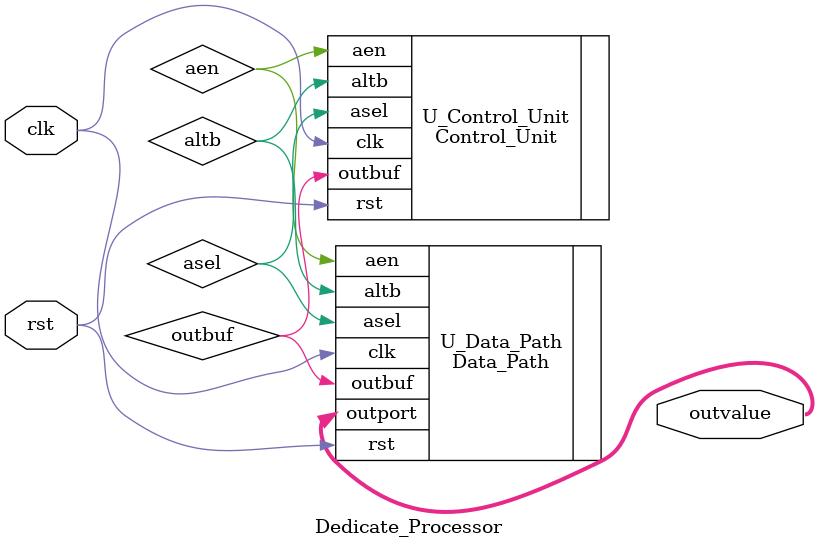
<source format=sv>
module Dedicate_Processor(
    input logic clk,
    input logic rst,
    output logic [7:0] outvalue
    );

    logic altb, aen, asel, outbuf;

    Control_Unit U_Control_Unit(
        .clk(clk),
        .rst(rst),
        .altb(altb),

        .asel(asel),
        .aen(aen),
        .outbuf(outbuf)
    );

    Data_Path U_Data_Path(
        .clk(clk),
        .rst(rst),
        .asel(asel),
        .aen(aen),
        .outbuf(outbuf),

        .altb(altb),
        .outport(outvalue)
    );

endmodule

</source>
